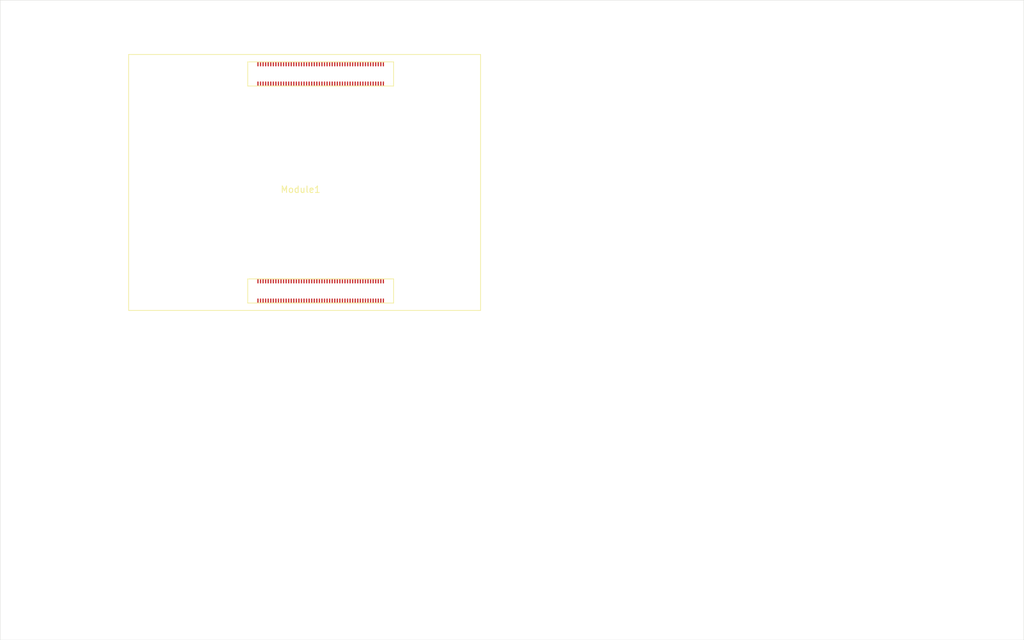
<source format=kicad_pcb>
(kicad_pcb (version 20171130) (host pcbnew 5.1.8-db9833491~87~ubuntu18.04.1)

  (general
    (thickness 1.6)
    (drawings 4)
    (tracks 0)
    (zones 0)
    (modules 1)
    (nets 174)
  )

  (page A4)
  (layers
    (0 F.Cu signal)
    (31 B.Cu signal)
    (32 B.Adhes user)
    (33 F.Adhes user)
    (34 B.Paste user)
    (35 F.Paste user)
    (36 B.SilkS user)
    (37 F.SilkS user)
    (38 B.Mask user)
    (39 F.Mask user)
    (40 Dwgs.User user)
    (41 Cmts.User user)
    (42 Eco1.User user)
    (43 Eco2.User user)
    (44 Edge.Cuts user)
    (45 Margin user)
    (46 B.CrtYd user)
    (47 F.CrtYd user)
    (48 B.Fab user)
    (49 F.Fab user)
  )

  (setup
    (last_trace_width 0.25)
    (trace_clearance 0.2)
    (zone_clearance 0.508)
    (zone_45_only no)
    (trace_min 0.2)
    (via_size 0.8)
    (via_drill 0.4)
    (via_min_size 0.4)
    (via_min_drill 0.3)
    (uvia_size 0.3)
    (uvia_drill 0.1)
    (uvias_allowed no)
    (uvia_min_size 0.2)
    (uvia_min_drill 0.1)
    (edge_width 0.05)
    (segment_width 0.2)
    (pcb_text_width 0.3)
    (pcb_text_size 1.5 1.5)
    (mod_edge_width 0.12)
    (mod_text_size 1 1)
    (mod_text_width 0.15)
    (pad_size 1.524 1.524)
    (pad_drill 0.762)
    (pad_to_mask_clearance 0)
    (aux_axis_origin 0 0)
    (visible_elements FFFFFF7F)
    (pcbplotparams
      (layerselection 0x010fc_ffffffff)
      (usegerberextensions false)
      (usegerberattributes true)
      (usegerberadvancedattributes true)
      (creategerberjobfile true)
      (excludeedgelayer true)
      (linewidth 0.100000)
      (plotframeref false)
      (viasonmask false)
      (mode 1)
      (useauxorigin false)
      (hpglpennumber 1)
      (hpglpenspeed 20)
      (hpglpendiameter 15.000000)
      (psnegative false)
      (psa4output false)
      (plotreference true)
      (plotvalue true)
      (plotinvisibletext false)
      (padsonsilk false)
      (subtractmaskfromsilk false)
      (outputformat 1)
      (mirror false)
      (drillshape 1)
      (scaleselection 1)
      (outputdirectory ""))
  )

  (net 0 "")
  (net 1 /cm4_gpio/~EXTRST~)
  (net 2 /cm4_gpio/GLOBAL_EN)
  (net 3 GND)
  (net 4 "Net-(Module1-Pad97)")
  (net 5 "Net-(Module1-Pad96)")
  (net 6 "Net-(Module1-Pad95)")
  (net 7 "Net-(Module1-Pad94)")
  (net 8 "Net-(Module1-Pad93)")
  (net 9 "Net-(Module1-Pad92)")
  (net 10 "Net-(Module1-Pad91)")
  (net 11 "Net-(Module1-Pad90)")
  (net 12 "Net-(Module1-Pad89)")
  (net 13 "Net-(Module1-Pad88)")
  (net 14 /cm4_gpio/+5V)
  (net 15 /cm4_gpio/+3V3)
  (net 16 /cm4_gpio/SDA0)
  (net 17 /cm4_gpio/SCL0)
  (net 18 "Net-(Module1-Pad78)")
  (net 19 "Net-(Module1-Pad76)")
  (net 20 "Net-(Module1-Pad75)")
  (net 21 "Net-(Module1-Pad73)")
  (net 22 "Net-(Module1-Pad72)")
  (net 23 "Net-(Module1-Pad70)")
  (net 24 "Net-(Module1-Pad69)")
  (net 25 "Net-(Module1-Pad68)")
  (net 26 "Net-(Module1-Pad67)")
  (net 27 "Net-(Module1-Pad64)")
  (net 28 "Net-(Module1-Pad63)")
  (net 29 "Net-(Module1-Pad62)")
  (net 30 "Net-(Module1-Pad61)")
  (net 31 "Net-(Module1-Pad58)")
  (net 32 "Net-(Module1-Pad57)")
  (net 33 "Net-(Module1-Pad56)")
  (net 34 "Net-(Module1-Pad55)")
  (net 35 "Net-(Module1-Pad54)")
  (net 36 "Net-(Module1-Pad51)")
  (net 37 "Net-(Module1-Pad50)")
  (net 38 "Net-(Module1-Pad49)")
  (net 39 "Net-(Module1-Pad48)")
  (net 40 "Net-(Module1-Pad47)")
  (net 41 "Net-(Module1-Pad46)")
  (net 42 "Net-(Module1-Pad45)")
  (net 43 "Net-(Module1-Pad44)")
  (net 44 "Net-(Module1-Pad41)")
  (net 45 "Net-(Module1-Pad40)")
  (net 46 "Net-(Module1-Pad39)")
  (net 47 "Net-(Module1-Pad38)")
  (net 48 "Net-(Module1-Pad37)")
  (net 49 "Net-(Module1-Pad36)")
  (net 50 "Net-(Module1-Pad35)")
  (net 51 "Net-(Module1-Pad34)")
  (net 52 "Net-(Module1-Pad31)")
  (net 53 "Net-(Module1-Pad30)")
  (net 54 "Net-(Module1-Pad29)")
  (net 55 "Net-(Module1-Pad28)")
  (net 56 "Net-(Module1-Pad27)")
  (net 57 "Net-(Module1-Pad26)")
  (net 58 "Net-(Module1-Pad25)")
  (net 59 "Net-(Module1-Pad24)")
  (net 60 "Net-(Module1-Pad21)")
  (net 61 "Net-(Module1-Pad20)")
  (net 62 "Net-(Module1-Pad19)")
  (net 63 "Net-(Module1-Pad18)")
  (net 64 "Net-(Module1-Pad17)")
  (net 65 "Net-(Module1-Pad16)")
  (net 66 "Net-(Module1-Pad15)")
  (net 67 "Net-(Module1-Pad12)")
  (net 68 "Net-(Module1-Pad11)")
  (net 69 "Net-(Module1-Pad10)")
  (net 70 "Net-(Module1-Pad9)")
  (net 71 "Net-(Module1-Pad6)")
  (net 72 "Net-(Module1-Pad5)")
  (net 73 "Net-(Module1-Pad4)")
  (net 74 "Net-(Module1-Pad3)")
  (net 75 "Net-(Module1-Pad199)")
  (net 76 "Net-(Module1-Pad197)")
  (net 77 "Net-(Module1-Pad195)")
  (net 78 "Net-(Module1-Pad193)")
  (net 79 "Net-(Module1-Pad191)")
  (net 80 "Net-(Module1-Pad189)")
  (net 81 "Net-(Module1-Pad187)")
  (net 82 "Net-(Module1-Pad185)")
  (net 83 "Net-(Module1-Pad183)")
  (net 84 "Net-(Module1-Pad181)")
  (net 85 "Net-(Module1-Pad179)")
  (net 86 "Net-(Module1-Pad177)")
  (net 87 "Net-(Module1-Pad175)")
  (net 88 "Net-(Module1-Pad173)")
  (net 89 "Net-(Module1-Pad171)")
  (net 90 "Net-(Module1-Pad169)")
  (net 91 "Net-(Module1-Pad167)")
  (net 92 "Net-(Module1-Pad165)")
  (net 93 "Net-(Module1-Pad163)")
  (net 94 "Net-(Module1-Pad161)")
  (net 95 "Net-(Module1-Pad159)")
  (net 96 "Net-(Module1-Pad157)")
  (net 97 "Net-(Module1-Pad155)")
  (net 98 "Net-(Module1-Pad153)")
  (net 99 "Net-(Module1-Pad151)")
  (net 100 "Net-(Module1-Pad149)")
  (net 101 "Net-(Module1-Pad147)")
  (net 102 "Net-(Module1-Pad145)")
  (net 103 "Net-(Module1-Pad143)")
  (net 104 "Net-(Module1-Pad141)")
  (net 105 "Net-(Module1-Pad139)")
  (net 106 "Net-(Module1-Pad137)")
  (net 107 "Net-(Module1-Pad135)")
  (net 108 "Net-(Module1-Pad133)")
  (net 109 "Net-(Module1-Pad131)")
  (net 110 "Net-(Module1-Pad129)")
  (net 111 "Net-(Module1-Pad127)")
  (net 112 "Net-(Module1-Pad125)")
  (net 113 "Net-(Module1-Pad123)")
  (net 114 "Net-(Module1-Pad121)")
  (net 115 "Net-(Module1-Pad119)")
  (net 116 "Net-(Module1-Pad117)")
  (net 117 "Net-(Module1-Pad115)")
  (net 118 "Net-(Module1-Pad113)")
  (net 119 "Net-(Module1-Pad111)")
  (net 120 "Net-(Module1-Pad109)")
  (net 121 "Net-(Module1-Pad107)")
  (net 122 "Net-(Module1-Pad105)")
  (net 123 "Net-(Module1-Pad103)")
  (net 124 "Net-(Module1-Pad102)")
  (net 125 "Net-(Module1-Pad104)")
  (net 126 "Net-(Module1-Pad106)")
  (net 127 "Net-(Module1-Pad108)")
  (net 128 "Net-(Module1-Pad110)")
  (net 129 "Net-(Module1-Pad112)")
  (net 130 "Net-(Module1-Pad114)")
  (net 131 "Net-(Module1-Pad116)")
  (net 132 "Net-(Module1-Pad120)")
  (net 133 "Net-(Module1-Pad122)")
  (net 134 "Net-(Module1-Pad124)")
  (net 135 "Net-(Module1-Pad126)")
  (net 136 "Net-(Module1-Pad128)")
  (net 137 "Net-(Module1-Pad130)")
  (net 138 "Net-(Module1-Pad132)")
  (net 139 "Net-(Module1-Pad134)")
  (net 140 "Net-(Module1-Pad136)")
  (net 141 "Net-(Module1-Pad138)")
  (net 142 "Net-(Module1-Pad140)")
  (net 143 "Net-(Module1-Pad142)")
  (net 144 "Net-(Module1-Pad144)")
  (net 145 "Net-(Module1-Pad146)")
  (net 146 "Net-(Module1-Pad148)")
  (net 147 "Net-(Module1-Pad150)")
  (net 148 "Net-(Module1-Pad152)")
  (net 149 "Net-(Module1-Pad154)")
  (net 150 "Net-(Module1-Pad156)")
  (net 151 "Net-(Module1-Pad158)")
  (net 152 "Net-(Module1-Pad160)")
  (net 153 "Net-(Module1-Pad162)")
  (net 154 "Net-(Module1-Pad164)")
  (net 155 "Net-(Module1-Pad166)")
  (net 156 "Net-(Module1-Pad168)")
  (net 157 "Net-(Module1-Pad170)")
  (net 158 "Net-(Module1-Pad172)")
  (net 159 "Net-(Module1-Pad174)")
  (net 160 "Net-(Module1-Pad176)")
  (net 161 "Net-(Module1-Pad178)")
  (net 162 "Net-(Module1-Pad180)")
  (net 163 "Net-(Module1-Pad182)")
  (net 164 "Net-(Module1-Pad184)")
  (net 165 "Net-(Module1-Pad186)")
  (net 166 "Net-(Module1-Pad188)")
  (net 167 "Net-(Module1-Pad190)")
  (net 168 "Net-(Module1-Pad192)")
  (net 169 "Net-(Module1-Pad194)")
  (net 170 "Net-(Module1-Pad196)")
  (net 171 "Net-(Module1-Pad198)")
  (net 172 "Net-(Module1-Pad200)")
  (net 173 "Net-(Module1-Pad101)")

  (net_class Default "This is the default net class."
    (clearance 0.2)
    (trace_width 0.25)
    (via_dia 0.8)
    (via_drill 0.4)
    (uvia_dia 0.3)
    (uvia_drill 0.1)
    (add_net /cm4_gpio/+3V3)
    (add_net /cm4_gpio/+5V)
    (add_net /cm4_gpio/GLOBAL_EN)
    (add_net /cm4_gpio/SCL0)
    (add_net /cm4_gpio/SDA0)
    (add_net /cm4_gpio/~EXTRST~)
    (add_net GND)
    (add_net "Net-(Module1-Pad10)")
    (add_net "Net-(Module1-Pad101)")
    (add_net "Net-(Module1-Pad102)")
    (add_net "Net-(Module1-Pad103)")
    (add_net "Net-(Module1-Pad104)")
    (add_net "Net-(Module1-Pad105)")
    (add_net "Net-(Module1-Pad106)")
    (add_net "Net-(Module1-Pad107)")
    (add_net "Net-(Module1-Pad108)")
    (add_net "Net-(Module1-Pad109)")
    (add_net "Net-(Module1-Pad11)")
    (add_net "Net-(Module1-Pad110)")
    (add_net "Net-(Module1-Pad111)")
    (add_net "Net-(Module1-Pad112)")
    (add_net "Net-(Module1-Pad113)")
    (add_net "Net-(Module1-Pad114)")
    (add_net "Net-(Module1-Pad115)")
    (add_net "Net-(Module1-Pad116)")
    (add_net "Net-(Module1-Pad117)")
    (add_net "Net-(Module1-Pad119)")
    (add_net "Net-(Module1-Pad12)")
    (add_net "Net-(Module1-Pad120)")
    (add_net "Net-(Module1-Pad121)")
    (add_net "Net-(Module1-Pad122)")
    (add_net "Net-(Module1-Pad123)")
    (add_net "Net-(Module1-Pad124)")
    (add_net "Net-(Module1-Pad125)")
    (add_net "Net-(Module1-Pad126)")
    (add_net "Net-(Module1-Pad127)")
    (add_net "Net-(Module1-Pad128)")
    (add_net "Net-(Module1-Pad129)")
    (add_net "Net-(Module1-Pad130)")
    (add_net "Net-(Module1-Pad131)")
    (add_net "Net-(Module1-Pad132)")
    (add_net "Net-(Module1-Pad133)")
    (add_net "Net-(Module1-Pad134)")
    (add_net "Net-(Module1-Pad135)")
    (add_net "Net-(Module1-Pad136)")
    (add_net "Net-(Module1-Pad137)")
    (add_net "Net-(Module1-Pad138)")
    (add_net "Net-(Module1-Pad139)")
    (add_net "Net-(Module1-Pad140)")
    (add_net "Net-(Module1-Pad141)")
    (add_net "Net-(Module1-Pad142)")
    (add_net "Net-(Module1-Pad143)")
    (add_net "Net-(Module1-Pad144)")
    (add_net "Net-(Module1-Pad145)")
    (add_net "Net-(Module1-Pad146)")
    (add_net "Net-(Module1-Pad147)")
    (add_net "Net-(Module1-Pad148)")
    (add_net "Net-(Module1-Pad149)")
    (add_net "Net-(Module1-Pad15)")
    (add_net "Net-(Module1-Pad150)")
    (add_net "Net-(Module1-Pad151)")
    (add_net "Net-(Module1-Pad152)")
    (add_net "Net-(Module1-Pad153)")
    (add_net "Net-(Module1-Pad154)")
    (add_net "Net-(Module1-Pad155)")
    (add_net "Net-(Module1-Pad156)")
    (add_net "Net-(Module1-Pad157)")
    (add_net "Net-(Module1-Pad158)")
    (add_net "Net-(Module1-Pad159)")
    (add_net "Net-(Module1-Pad16)")
    (add_net "Net-(Module1-Pad160)")
    (add_net "Net-(Module1-Pad161)")
    (add_net "Net-(Module1-Pad162)")
    (add_net "Net-(Module1-Pad163)")
    (add_net "Net-(Module1-Pad164)")
    (add_net "Net-(Module1-Pad165)")
    (add_net "Net-(Module1-Pad166)")
    (add_net "Net-(Module1-Pad167)")
    (add_net "Net-(Module1-Pad168)")
    (add_net "Net-(Module1-Pad169)")
    (add_net "Net-(Module1-Pad17)")
    (add_net "Net-(Module1-Pad170)")
    (add_net "Net-(Module1-Pad171)")
    (add_net "Net-(Module1-Pad172)")
    (add_net "Net-(Module1-Pad173)")
    (add_net "Net-(Module1-Pad174)")
    (add_net "Net-(Module1-Pad175)")
    (add_net "Net-(Module1-Pad176)")
    (add_net "Net-(Module1-Pad177)")
    (add_net "Net-(Module1-Pad178)")
    (add_net "Net-(Module1-Pad179)")
    (add_net "Net-(Module1-Pad18)")
    (add_net "Net-(Module1-Pad180)")
    (add_net "Net-(Module1-Pad181)")
    (add_net "Net-(Module1-Pad182)")
    (add_net "Net-(Module1-Pad183)")
    (add_net "Net-(Module1-Pad184)")
    (add_net "Net-(Module1-Pad185)")
    (add_net "Net-(Module1-Pad186)")
    (add_net "Net-(Module1-Pad187)")
    (add_net "Net-(Module1-Pad188)")
    (add_net "Net-(Module1-Pad189)")
    (add_net "Net-(Module1-Pad19)")
    (add_net "Net-(Module1-Pad190)")
    (add_net "Net-(Module1-Pad191)")
    (add_net "Net-(Module1-Pad192)")
    (add_net "Net-(Module1-Pad193)")
    (add_net "Net-(Module1-Pad194)")
    (add_net "Net-(Module1-Pad195)")
    (add_net "Net-(Module1-Pad196)")
    (add_net "Net-(Module1-Pad197)")
    (add_net "Net-(Module1-Pad198)")
    (add_net "Net-(Module1-Pad199)")
    (add_net "Net-(Module1-Pad20)")
    (add_net "Net-(Module1-Pad200)")
    (add_net "Net-(Module1-Pad21)")
    (add_net "Net-(Module1-Pad24)")
    (add_net "Net-(Module1-Pad25)")
    (add_net "Net-(Module1-Pad26)")
    (add_net "Net-(Module1-Pad27)")
    (add_net "Net-(Module1-Pad28)")
    (add_net "Net-(Module1-Pad29)")
    (add_net "Net-(Module1-Pad3)")
    (add_net "Net-(Module1-Pad30)")
    (add_net "Net-(Module1-Pad31)")
    (add_net "Net-(Module1-Pad34)")
    (add_net "Net-(Module1-Pad35)")
    (add_net "Net-(Module1-Pad36)")
    (add_net "Net-(Module1-Pad37)")
    (add_net "Net-(Module1-Pad38)")
    (add_net "Net-(Module1-Pad39)")
    (add_net "Net-(Module1-Pad4)")
    (add_net "Net-(Module1-Pad40)")
    (add_net "Net-(Module1-Pad41)")
    (add_net "Net-(Module1-Pad44)")
    (add_net "Net-(Module1-Pad45)")
    (add_net "Net-(Module1-Pad46)")
    (add_net "Net-(Module1-Pad47)")
    (add_net "Net-(Module1-Pad48)")
    (add_net "Net-(Module1-Pad49)")
    (add_net "Net-(Module1-Pad5)")
    (add_net "Net-(Module1-Pad50)")
    (add_net "Net-(Module1-Pad51)")
    (add_net "Net-(Module1-Pad54)")
    (add_net "Net-(Module1-Pad55)")
    (add_net "Net-(Module1-Pad56)")
    (add_net "Net-(Module1-Pad57)")
    (add_net "Net-(Module1-Pad58)")
    (add_net "Net-(Module1-Pad6)")
    (add_net "Net-(Module1-Pad61)")
    (add_net "Net-(Module1-Pad62)")
    (add_net "Net-(Module1-Pad63)")
    (add_net "Net-(Module1-Pad64)")
    (add_net "Net-(Module1-Pad67)")
    (add_net "Net-(Module1-Pad68)")
    (add_net "Net-(Module1-Pad69)")
    (add_net "Net-(Module1-Pad70)")
    (add_net "Net-(Module1-Pad72)")
    (add_net "Net-(Module1-Pad73)")
    (add_net "Net-(Module1-Pad75)")
    (add_net "Net-(Module1-Pad76)")
    (add_net "Net-(Module1-Pad78)")
    (add_net "Net-(Module1-Pad88)")
    (add_net "Net-(Module1-Pad89)")
    (add_net "Net-(Module1-Pad9)")
    (add_net "Net-(Module1-Pad90)")
    (add_net "Net-(Module1-Pad91)")
    (add_net "Net-(Module1-Pad92)")
    (add_net "Net-(Module1-Pad93)")
    (add_net "Net-(Module1-Pad94)")
    (add_net "Net-(Module1-Pad95)")
    (add_net "Net-(Module1-Pad96)")
    (add_net "Net-(Module1-Pad97)")
  )

  (module 00_cm4-compute:rpiCM4 (layer F.Cu) (tedit 5FBAA850) (tstamp 5FBB0DD1)
    (at 87.14 92.686)
    (path /5FBFD3A1/5FBFD563)
    (fp_text reference Module1 (at 26.87 -18.89) (layer F.SilkS)
      (effects (font (size 1 1) (thickness 0.15)))
    )
    (fp_text value ComputeModule4-CM4 (at 27.52 -21.23) (layer F.Fab)
      (effects (font (size 1 1) (thickness 0.15)))
    )
    (fp_line (start 18.61 -4.93) (end 41.41 -4.93) (layer F.SilkS) (width 0.12))
    (fp_line (start 41.41 -4.93) (end 41.41 -1.15) (layer F.SilkS) (width 0.12))
    (fp_line (start 18.61 -1.15) (end 41.41 -1.15) (layer F.SilkS) (width 0.12))
    (fp_line (start 18.61 -4.93) (end 18.61 -1.15) (layer F.SilkS) (width 0.12))
    (fp_line (start 0 -40) (end 0 0) (layer F.SilkS) (width 0.12))
    (fp_line (start 0 -40) (end 55 -40) (layer F.SilkS) (width 0.12))
    (fp_line (start 55 -40) (end 55 0) (layer F.SilkS) (width 0.12))
    (fp_line (start 0 0) (end 55 0) (layer F.SilkS) (width 0.12))
    (fp_line (start 18.61 -38.85) (end 18.61 -35.07) (layer F.SilkS) (width 0.12))
    (fp_line (start 18.61 -35.07) (end 41.41 -35.07) (layer F.SilkS) (width 0.12))
    (fp_line (start 41.41 -38.85) (end 41.41 -35.07) (layer F.SilkS) (width 0.12))
    (fp_line (start 18.61 -38.85) (end 41.41 -38.85) (layer F.SilkS) (width 0.12))
    (pad 100 smd rect (at 39.81 -4.58) (size 0.2 0.7) (layers F.Cu F.Paste F.Mask)
      (net 1 /cm4_gpio/~EXTRST~))
    (pad 99 smd rect (at 39.81 -1.5) (size 0.2 0.7) (layers F.Cu F.Paste F.Mask)
      (net 2 /cm4_gpio/GLOBAL_EN))
    (pad 98 smd rect (at 39.41 -4.58) (size 0.2 0.7) (layers F.Cu F.Paste F.Mask)
      (net 3 GND))
    (pad 97 smd rect (at 39.41 -1.5) (size 0.2 0.7) (layers F.Cu F.Paste F.Mask)
      (net 4 "Net-(Module1-Pad97)"))
    (pad 96 smd rect (at 39.01 -4.58) (size 0.2 0.7) (layers F.Cu F.Paste F.Mask)
      (net 5 "Net-(Module1-Pad96)"))
    (pad 95 smd rect (at 39.01 -1.5) (size 0.2 0.7) (layers F.Cu F.Paste F.Mask)
      (net 6 "Net-(Module1-Pad95)"))
    (pad 94 smd rect (at 38.61 -4.58) (size 0.2 0.7) (layers F.Cu F.Paste F.Mask)
      (net 7 "Net-(Module1-Pad94)"))
    (pad 93 smd rect (at 38.61 -1.5) (size 0.2 0.7) (layers F.Cu F.Paste F.Mask)
      (net 8 "Net-(Module1-Pad93)"))
    (pad 92 smd rect (at 38.21 -4.58) (size 0.2 0.7) (layers F.Cu F.Paste F.Mask)
      (net 9 "Net-(Module1-Pad92)"))
    (pad 91 smd rect (at 38.21 -1.5) (size 0.2 0.7) (layers F.Cu F.Paste F.Mask)
      (net 10 "Net-(Module1-Pad91)"))
    (pad 90 smd rect (at 37.81 -4.58) (size 0.2 0.7) (layers F.Cu F.Paste F.Mask)
      (net 11 "Net-(Module1-Pad90)"))
    (pad 89 smd rect (at 37.81 -1.5) (size 0.2 0.7) (layers F.Cu F.Paste F.Mask)
      (net 12 "Net-(Module1-Pad89)"))
    (pad 88 smd rect (at 37.41 -4.58) (size 0.2 0.7) (layers F.Cu F.Paste F.Mask)
      (net 13 "Net-(Module1-Pad88)"))
    (pad 87 smd rect (at 37.41 -1.5) (size 0.2 0.7) (layers F.Cu F.Paste F.Mask)
      (net 14 /cm4_gpio/+5V))
    (pad 86 smd rect (at 37.01 -4.58) (size 0.2 0.7) (layers F.Cu F.Paste F.Mask)
      (net 15 /cm4_gpio/+3V3))
    (pad 85 smd rect (at 37.01 -1.5) (size 0.2 0.7) (layers F.Cu F.Paste F.Mask)
      (net 14 /cm4_gpio/+5V))
    (pad 84 smd rect (at 36.61 -4.58) (size 0.2 0.7) (layers F.Cu F.Paste F.Mask)
      (net 15 /cm4_gpio/+3V3))
    (pad 83 smd rect (at 36.61 -1.5) (size 0.2 0.7) (layers F.Cu F.Paste F.Mask)
      (net 14 /cm4_gpio/+5V))
    (pad 82 smd rect (at 36.21 -4.58) (size 0.2 0.7) (layers F.Cu F.Paste F.Mask)
      (net 16 /cm4_gpio/SDA0))
    (pad 81 smd rect (at 36.21 -1.5) (size 0.2 0.7) (layers F.Cu F.Paste F.Mask)
      (net 14 /cm4_gpio/+5V))
    (pad 80 smd rect (at 35.81 -4.58) (size 0.2 0.7) (layers F.Cu F.Paste F.Mask)
      (net 17 /cm4_gpio/SCL0))
    (pad 79 smd rect (at 35.81 -1.5) (size 0.2 0.7) (layers F.Cu F.Paste F.Mask)
      (net 14 /cm4_gpio/+5V))
    (pad 78 smd rect (at 35.41 -4.58) (size 0.2 0.7) (layers F.Cu F.Paste F.Mask)
      (net 18 "Net-(Module1-Pad78)"))
    (pad 77 smd rect (at 35.41 -1.5) (size 0.2 0.7) (layers F.Cu F.Paste F.Mask)
      (net 14 /cm4_gpio/+5V))
    (pad 76 smd rect (at 35.01 -4.58) (size 0.2 0.7) (layers F.Cu F.Paste F.Mask)
      (net 19 "Net-(Module1-Pad76)"))
    (pad 75 smd rect (at 35.01 -1.5) (size 0.2 0.7) (layers F.Cu F.Paste F.Mask)
      (net 20 "Net-(Module1-Pad75)"))
    (pad 74 smd rect (at 34.61 -4.58) (size 0.2 0.7) (layers F.Cu F.Paste F.Mask)
      (net 3 GND))
    (pad 73 smd rect (at 34.61 -1.5) (size 0.2 0.7) (layers F.Cu F.Paste F.Mask)
      (net 21 "Net-(Module1-Pad73)"))
    (pad 72 smd rect (at 34.21 -4.58) (size 0.2 0.7) (layers F.Cu F.Paste F.Mask)
      (net 22 "Net-(Module1-Pad72)"))
    (pad 71 smd rect (at 34.21 -1.5) (size 0.2 0.7) (layers F.Cu F.Paste F.Mask)
      (net 3 GND))
    (pad 70 smd rect (at 33.81 -4.58) (size 0.2 0.7) (layers F.Cu F.Paste F.Mask)
      (net 23 "Net-(Module1-Pad70)"))
    (pad 69 smd rect (at 33.81 -1.5) (size 0.2 0.7) (layers F.Cu F.Paste F.Mask)
      (net 24 "Net-(Module1-Pad69)"))
    (pad 68 smd rect (at 33.41 -4.58) (size 0.2 0.7) (layers F.Cu F.Paste F.Mask)
      (net 25 "Net-(Module1-Pad68)"))
    (pad 67 smd rect (at 33.41 -1.5) (size 0.2 0.7) (layers F.Cu F.Paste F.Mask)
      (net 26 "Net-(Module1-Pad67)"))
    (pad 66 smd rect (at 33.01 -4.58) (size 0.2 0.7) (layers F.Cu F.Paste F.Mask)
      (net 3 GND))
    (pad 65 smd rect (at 33.01 -1.5) (size 0.2 0.7) (layers F.Cu F.Paste F.Mask)
      (net 3 GND))
    (pad 64 smd rect (at 32.61 -4.58) (size 0.2 0.7) (layers F.Cu F.Paste F.Mask)
      (net 27 "Net-(Module1-Pad64)"))
    (pad 63 smd rect (at 32.61 -1.5) (size 0.2 0.7) (layers F.Cu F.Paste F.Mask)
      (net 28 "Net-(Module1-Pad63)"))
    (pad 62 smd rect (at 32.21 -4.58) (size 0.2 0.7) (layers F.Cu F.Paste F.Mask)
      (net 29 "Net-(Module1-Pad62)"))
    (pad 61 smd rect (at 32.21 -1.5) (size 0.2 0.7) (layers F.Cu F.Paste F.Mask)
      (net 30 "Net-(Module1-Pad61)"))
    (pad 60 smd rect (at 31.81 -4.58) (size 0.2 0.7) (layers F.Cu F.Paste F.Mask)
      (net 3 GND))
    (pad 59 smd rect (at 31.81 -1.5) (size 0.2 0.7) (layers F.Cu F.Paste F.Mask)
      (net 3 GND))
    (pad 58 smd rect (at 31.41 -4.58) (size 0.2 0.7) (layers F.Cu F.Paste F.Mask)
      (net 31 "Net-(Module1-Pad58)"))
    (pad 57 smd rect (at 31.41 -1.5) (size 0.2 0.7) (layers F.Cu F.Paste F.Mask)
      (net 32 "Net-(Module1-Pad57)"))
    (pad 56 smd rect (at 31.01 -4.58) (size 0.2 0.7) (layers F.Cu F.Paste F.Mask)
      (net 33 "Net-(Module1-Pad56)"))
    (pad 55 smd rect (at 31.01 -1.5) (size 0.2 0.7) (layers F.Cu F.Paste F.Mask)
      (net 34 "Net-(Module1-Pad55)"))
    (pad 54 smd rect (at 30.61 -4.58) (size 0.2 0.7) (layers F.Cu F.Paste F.Mask)
      (net 35 "Net-(Module1-Pad54)"))
    (pad 53 smd rect (at 30.61 -1.5) (size 0.2 0.7) (layers F.Cu F.Paste F.Mask)
      (net 3 GND))
    (pad 52 smd rect (at 30.21 -4.58) (size 0.2 0.7) (layers F.Cu F.Paste F.Mask)
      (net 3 GND))
    (pad 51 smd rect (at 30.21 -1.5) (size 0.2 0.7) (layers F.Cu F.Paste F.Mask)
      (net 36 "Net-(Module1-Pad51)"))
    (pad 50 smd rect (at 29.81 -4.58) (size 0.2 0.7) (layers F.Cu F.Paste F.Mask)
      (net 37 "Net-(Module1-Pad50)"))
    (pad 49 smd rect (at 29.81 -1.5) (size 0.2 0.7) (layers F.Cu F.Paste F.Mask)
      (net 38 "Net-(Module1-Pad49)"))
    (pad 48 smd rect (at 29.41 -4.58) (size 0.2 0.7) (layers F.Cu F.Paste F.Mask)
      (net 39 "Net-(Module1-Pad48)"))
    (pad 47 smd rect (at 29.41 -1.5) (size 0.2 0.7) (layers F.Cu F.Paste F.Mask)
      (net 40 "Net-(Module1-Pad47)"))
    (pad 46 smd rect (at 29.01 -4.58) (size 0.2 0.7) (layers F.Cu F.Paste F.Mask)
      (net 41 "Net-(Module1-Pad46)"))
    (pad 45 smd rect (at 29.01 -1.5) (size 0.2 0.7) (layers F.Cu F.Paste F.Mask)
      (net 42 "Net-(Module1-Pad45)"))
    (pad 44 smd rect (at 28.61 -4.58) (size 0.2 0.7) (layers F.Cu F.Paste F.Mask)
      (net 43 "Net-(Module1-Pad44)"))
    (pad 43 smd rect (at 28.61 -1.5) (size 0.2 0.7) (layers F.Cu F.Paste F.Mask)
      (net 3 GND))
    (pad 42 smd rect (at 28.21 -4.58) (size 0.2 0.7) (layers F.Cu F.Paste F.Mask)
      (net 3 GND))
    (pad 41 smd rect (at 28.21 -1.5) (size 0.2 0.7) (layers F.Cu F.Paste F.Mask)
      (net 44 "Net-(Module1-Pad41)"))
    (pad 40 smd rect (at 27.81 -4.58) (size 0.2 0.7) (layers F.Cu F.Paste F.Mask)
      (net 45 "Net-(Module1-Pad40)"))
    (pad 39 smd rect (at 27.81 -1.5) (size 0.2 0.7) (layers F.Cu F.Paste F.Mask)
      (net 46 "Net-(Module1-Pad39)"))
    (pad 38 smd rect (at 27.41 -4.58) (size 0.2 0.7) (layers F.Cu F.Paste F.Mask)
      (net 47 "Net-(Module1-Pad38)"))
    (pad 37 smd rect (at 27.41 -1.5) (size 0.2 0.7) (layers F.Cu F.Paste F.Mask)
      (net 48 "Net-(Module1-Pad37)"))
    (pad 36 smd rect (at 27.01 -4.58) (size 0.2 0.7) (layers F.Cu F.Paste F.Mask)
      (net 49 "Net-(Module1-Pad36)"))
    (pad 35 smd rect (at 27.01 -1.5) (size 0.2 0.7) (layers F.Cu F.Paste F.Mask)
      (net 50 "Net-(Module1-Pad35)"))
    (pad 34 smd rect (at 26.61 -4.58) (size 0.2 0.7) (layers F.Cu F.Paste F.Mask)
      (net 51 "Net-(Module1-Pad34)"))
    (pad 33 smd rect (at 26.61 -1.5) (size 0.2 0.7) (layers F.Cu F.Paste F.Mask)
      (net 3 GND))
    (pad 32 smd rect (at 26.21 -4.58) (size 0.2 0.7) (layers F.Cu F.Paste F.Mask)
      (net 3 GND))
    (pad 31 smd rect (at 26.21 -1.5) (size 0.2 0.7) (layers F.Cu F.Paste F.Mask)
      (net 52 "Net-(Module1-Pad31)"))
    (pad 30 smd rect (at 25.81 -4.58) (size 0.2 0.7) (layers F.Cu F.Paste F.Mask)
      (net 53 "Net-(Module1-Pad30)"))
    (pad 29 smd rect (at 25.81 -1.5) (size 0.2 0.7) (layers F.Cu F.Paste F.Mask)
      (net 54 "Net-(Module1-Pad29)"))
    (pad 28 smd rect (at 25.41 -4.58) (size 0.2 0.7) (layers F.Cu F.Paste F.Mask)
      (net 55 "Net-(Module1-Pad28)"))
    (pad 27 smd rect (at 25.41 -1.5) (size 0.2 0.7) (layers F.Cu F.Paste F.Mask)
      (net 56 "Net-(Module1-Pad27)"))
    (pad 26 smd rect (at 25.01 -4.58) (size 0.2 0.7) (layers F.Cu F.Paste F.Mask)
      (net 57 "Net-(Module1-Pad26)"))
    (pad 25 smd rect (at 25.01 -1.5) (size 0.2 0.7) (layers F.Cu F.Paste F.Mask)
      (net 58 "Net-(Module1-Pad25)"))
    (pad 24 smd rect (at 24.61 -4.58) (size 0.2 0.7) (layers F.Cu F.Paste F.Mask)
      (net 59 "Net-(Module1-Pad24)"))
    (pad 23 smd rect (at 24.61 -1.5) (size 0.2 0.7) (layers F.Cu F.Paste F.Mask)
      (net 3 GND))
    (pad 22 smd rect (at 24.21 -4.58) (size 0.2 0.7) (layers F.Cu F.Paste F.Mask)
      (net 3 GND))
    (pad 21 smd rect (at 24.21 -1.5) (size 0.2 0.7) (layers F.Cu F.Paste F.Mask)
      (net 60 "Net-(Module1-Pad21)"))
    (pad 20 smd rect (at 23.81 -4.58) (size 0.2 0.7) (layers F.Cu F.Paste F.Mask)
      (net 61 "Net-(Module1-Pad20)"))
    (pad 19 smd rect (at 23.81 -1.5) (size 0.2 0.7) (layers F.Cu F.Paste F.Mask)
      (net 62 "Net-(Module1-Pad19)"))
    (pad 18 smd rect (at 23.41 -4.58) (size 0.2 0.7) (layers F.Cu F.Paste F.Mask)
      (net 63 "Net-(Module1-Pad18)"))
    (pad 17 smd rect (at 23.41 -1.5) (size 0.2 0.7) (layers F.Cu F.Paste F.Mask)
      (net 64 "Net-(Module1-Pad17)"))
    (pad 16 smd rect (at 23.01 -4.58) (size 0.2 0.7) (layers F.Cu F.Paste F.Mask)
      (net 65 "Net-(Module1-Pad16)"))
    (pad 15 smd rect (at 23.01 -1.5) (size 0.2 0.7) (layers F.Cu F.Paste F.Mask)
      (net 66 "Net-(Module1-Pad15)"))
    (pad 14 smd rect (at 22.61 -4.58) (size 0.2 0.7) (layers F.Cu F.Paste F.Mask)
      (net 3 GND))
    (pad 13 smd rect (at 22.61 -1.5) (size 0.2 0.7) (layers F.Cu F.Paste F.Mask)
      (net 3 GND))
    (pad 12 smd rect (at 22.21 -4.58) (size 0.2 0.7) (layers F.Cu F.Paste F.Mask)
      (net 67 "Net-(Module1-Pad12)"))
    (pad 11 smd rect (at 22.21 -1.5) (size 0.2 0.7) (layers F.Cu F.Paste F.Mask)
      (net 68 "Net-(Module1-Pad11)"))
    (pad 10 smd rect (at 21.81 -4.58) (size 0.2 0.7) (layers F.Cu F.Paste F.Mask)
      (net 69 "Net-(Module1-Pad10)"))
    (pad 9 smd rect (at 21.81 -1.5) (size 0.2 0.7) (layers F.Cu F.Paste F.Mask)
      (net 70 "Net-(Module1-Pad9)"))
    (pad 8 smd rect (at 21.41 -4.58) (size 0.2 0.7) (layers F.Cu F.Paste F.Mask)
      (net 3 GND))
    (pad 7 smd rect (at 21.41 -1.5) (size 0.2 0.7) (layers F.Cu F.Paste F.Mask)
      (net 3 GND))
    (pad 6 smd rect (at 21.01 -4.58) (size 0.2 0.7) (layers F.Cu F.Paste F.Mask)
      (net 71 "Net-(Module1-Pad6)"))
    (pad 5 smd rect (at 21.01 -1.5) (size 0.2 0.7) (layers F.Cu F.Paste F.Mask)
      (net 72 "Net-(Module1-Pad5)"))
    (pad 4 smd rect (at 20.61 -4.58) (size 0.2 0.7) (layers F.Cu F.Paste F.Mask)
      (net 73 "Net-(Module1-Pad4)"))
    (pad 3 smd rect (at 20.61 -1.5) (size 0.2 0.7) (layers F.Cu F.Paste F.Mask)
      (net 74 "Net-(Module1-Pad3)"))
    (pad 2 smd rect (at 20.21 -4.58) (size 0.2 0.7) (layers F.Cu F.Paste F.Mask)
      (net 3 GND))
    (pad 1 smd rect (at 20.21 -1.5) (size 0.2 0.7) (layers F.Cu F.Paste F.Mask)
      (net 3 GND))
    (pad 199 smd rect (at 39.81 -35.42) (size 0.2 0.7) (layers F.Cu F.Paste F.Mask)
      (net 75 "Net-(Module1-Pad199)"))
    (pad 197 smd rect (at 39.41 -35.42) (size 0.2 0.7) (layers F.Cu F.Paste F.Mask)
      (net 76 "Net-(Module1-Pad197)"))
    (pad 195 smd rect (at 39.01 -35.42) (size 0.2 0.7) (layers F.Cu F.Paste F.Mask)
      (net 77 "Net-(Module1-Pad195)"))
    (pad 193 smd rect (at 38.61 -35.42) (size 0.2 0.7) (layers F.Cu F.Paste F.Mask)
      (net 78 "Net-(Module1-Pad193)"))
    (pad 191 smd rect (at 38.21 -35.42) (size 0.2 0.7) (layers F.Cu F.Paste F.Mask)
      (net 79 "Net-(Module1-Pad191)"))
    (pad 189 smd rect (at 37.81 -35.42) (size 0.2 0.7) (layers F.Cu F.Paste F.Mask)
      (net 80 "Net-(Module1-Pad189)"))
    (pad 187 smd rect (at 37.41 -35.42) (size 0.2 0.7) (layers F.Cu F.Paste F.Mask)
      (net 81 "Net-(Module1-Pad187)"))
    (pad 185 smd rect (at 37.01 -35.42) (size 0.2 0.7) (layers F.Cu F.Paste F.Mask)
      (net 82 "Net-(Module1-Pad185)"))
    (pad 183 smd rect (at 36.61 -35.42) (size 0.2 0.7) (layers F.Cu F.Paste F.Mask)
      (net 83 "Net-(Module1-Pad183)"))
    (pad 181 smd rect (at 36.21 -35.42) (size 0.2 0.7) (layers F.Cu F.Paste F.Mask)
      (net 84 "Net-(Module1-Pad181)"))
    (pad 179 smd rect (at 35.81 -35.42) (size 0.2 0.7) (layers F.Cu F.Paste F.Mask)
      (net 85 "Net-(Module1-Pad179)"))
    (pad 177 smd rect (at 35.41 -35.42) (size 0.2 0.7) (layers F.Cu F.Paste F.Mask)
      (net 86 "Net-(Module1-Pad177)"))
    (pad 175 smd rect (at 35.01 -35.42) (size 0.2 0.7) (layers F.Cu F.Paste F.Mask)
      (net 87 "Net-(Module1-Pad175)"))
    (pad 173 smd rect (at 34.61 -35.42) (size 0.2 0.7) (layers F.Cu F.Paste F.Mask)
      (net 88 "Net-(Module1-Pad173)"))
    (pad 171 smd rect (at 34.21 -35.42) (size 0.2 0.7) (layers F.Cu F.Paste F.Mask)
      (net 89 "Net-(Module1-Pad171)"))
    (pad 169 smd rect (at 33.81 -35.42) (size 0.2 0.7) (layers F.Cu F.Paste F.Mask)
      (net 90 "Net-(Module1-Pad169)"))
    (pad 167 smd rect (at 33.41 -35.42) (size 0.2 0.7) (layers F.Cu F.Paste F.Mask)
      (net 91 "Net-(Module1-Pad167)"))
    (pad 165 smd rect (at 33.01 -35.42) (size 0.2 0.7) (layers F.Cu F.Paste F.Mask)
      (net 92 "Net-(Module1-Pad165)"))
    (pad 163 smd rect (at 32.61 -35.42) (size 0.2 0.7) (layers F.Cu F.Paste F.Mask)
      (net 93 "Net-(Module1-Pad163)"))
    (pad 161 smd rect (at 32.21 -35.42) (size 0.2 0.7) (layers F.Cu F.Paste F.Mask)
      (net 94 "Net-(Module1-Pad161)"))
    (pad 159 smd rect (at 31.81 -35.42) (size 0.2 0.7) (layers F.Cu F.Paste F.Mask)
      (net 95 "Net-(Module1-Pad159)"))
    (pad 157 smd rect (at 31.41 -35.42) (size 0.2 0.7) (layers F.Cu F.Paste F.Mask)
      (net 96 "Net-(Module1-Pad157)"))
    (pad 155 smd rect (at 31.01 -35.42) (size 0.2 0.7) (layers F.Cu F.Paste F.Mask)
      (net 97 "Net-(Module1-Pad155)"))
    (pad 153 smd rect (at 30.61 -35.42) (size 0.2 0.7) (layers F.Cu F.Paste F.Mask)
      (net 98 "Net-(Module1-Pad153)"))
    (pad 151 smd rect (at 30.21 -35.42) (size 0.2 0.7) (layers F.Cu F.Paste F.Mask)
      (net 99 "Net-(Module1-Pad151)"))
    (pad 149 smd rect (at 29.81 -35.42) (size 0.2 0.7) (layers F.Cu F.Paste F.Mask)
      (net 100 "Net-(Module1-Pad149)"))
    (pad 147 smd rect (at 29.41 -35.42) (size 0.2 0.7) (layers F.Cu F.Paste F.Mask)
      (net 101 "Net-(Module1-Pad147)"))
    (pad 145 smd rect (at 29.01 -35.42) (size 0.2 0.7) (layers F.Cu F.Paste F.Mask)
      (net 102 "Net-(Module1-Pad145)"))
    (pad 143 smd rect (at 28.61 -35.42) (size 0.2 0.7) (layers F.Cu F.Paste F.Mask)
      (net 103 "Net-(Module1-Pad143)"))
    (pad 141 smd rect (at 28.21 -35.42) (size 0.2 0.7) (layers F.Cu F.Paste F.Mask)
      (net 104 "Net-(Module1-Pad141)"))
    (pad 139 smd rect (at 27.81 -35.42) (size 0.2 0.7) (layers F.Cu F.Paste F.Mask)
      (net 105 "Net-(Module1-Pad139)"))
    (pad 137 smd rect (at 27.41 -35.42) (size 0.2 0.7) (layers F.Cu F.Paste F.Mask)
      (net 106 "Net-(Module1-Pad137)"))
    (pad 135 smd rect (at 27.01 -35.42) (size 0.2 0.7) (layers F.Cu F.Paste F.Mask)
      (net 107 "Net-(Module1-Pad135)"))
    (pad 133 smd rect (at 26.61 -35.42) (size 0.2 0.7) (layers F.Cu F.Paste F.Mask)
      (net 108 "Net-(Module1-Pad133)"))
    (pad 131 smd rect (at 26.21 -35.42) (size 0.2 0.7) (layers F.Cu F.Paste F.Mask)
      (net 109 "Net-(Module1-Pad131)"))
    (pad 129 smd rect (at 25.81 -35.42) (size 0.2 0.7) (layers F.Cu F.Paste F.Mask)
      (net 110 "Net-(Module1-Pad129)"))
    (pad 127 smd rect (at 25.41 -35.42) (size 0.2 0.7) (layers F.Cu F.Paste F.Mask)
      (net 111 "Net-(Module1-Pad127)"))
    (pad 125 smd rect (at 25.01 -35.42) (size 0.2 0.7) (layers F.Cu F.Paste F.Mask)
      (net 112 "Net-(Module1-Pad125)"))
    (pad 123 smd rect (at 24.61 -35.42) (size 0.2 0.7) (layers F.Cu F.Paste F.Mask)
      (net 113 "Net-(Module1-Pad123)"))
    (pad 121 smd rect (at 24.21 -35.42) (size 0.2 0.7) (layers F.Cu F.Paste F.Mask)
      (net 114 "Net-(Module1-Pad121)"))
    (pad 119 smd rect (at 23.81 -35.42) (size 0.2 0.7) (layers F.Cu F.Paste F.Mask)
      (net 115 "Net-(Module1-Pad119)"))
    (pad 117 smd rect (at 23.41 -35.42) (size 0.2 0.7) (layers F.Cu F.Paste F.Mask)
      (net 116 "Net-(Module1-Pad117)"))
    (pad 115 smd rect (at 23.01 -35.42) (size 0.2 0.7) (layers F.Cu F.Paste F.Mask)
      (net 117 "Net-(Module1-Pad115)"))
    (pad 113 smd rect (at 22.61 -35.42) (size 0.2 0.7) (layers F.Cu F.Paste F.Mask)
      (net 118 "Net-(Module1-Pad113)"))
    (pad 111 smd rect (at 22.21 -35.42) (size 0.2 0.7) (layers F.Cu F.Paste F.Mask)
      (net 119 "Net-(Module1-Pad111)"))
    (pad 109 smd rect (at 21.81 -35.42) (size 0.2 0.7) (layers F.Cu F.Paste F.Mask)
      (net 120 "Net-(Module1-Pad109)"))
    (pad 107 smd rect (at 21.41 -35.42) (size 0.2 0.7) (layers F.Cu F.Paste F.Mask)
      (net 121 "Net-(Module1-Pad107)"))
    (pad 105 smd rect (at 21.01 -35.42) (size 0.2 0.7) (layers F.Cu F.Paste F.Mask)
      (net 122 "Net-(Module1-Pad105)"))
    (pad 103 smd rect (at 20.61 -35.42) (size 0.2 0.7) (layers F.Cu F.Paste F.Mask)
      (net 123 "Net-(Module1-Pad103)"))
    (pad "" np_thru_hole circle (at 3.5 -36.5 90) (size 2.7 2.7) (drill 2.7) (layers *.Cu *.Mask)
      (solder_mask_margin 1.7) (clearance 1.7))
    (pad "" np_thru_hole circle (at 3.5 -3.5 90) (size 2.7 2.7) (drill 2.7) (layers *.Cu *.Mask)
      (solder_mask_margin 1.7) (clearance 1.7))
    (pad "" np_thru_hole circle (at 51.5 -36.5 90) (size 2.7 2.7) (drill 2.7) (layers *.Cu *.Mask)
      (solder_mask_margin 1.7) (clearance 1.7))
    (pad "" np_thru_hole circle (at 51.5 -3.5 90) (size 2.7 2.7) (drill 2.7) (layers *.Cu *.Mask)
      (solder_mask_margin 1.7) (clearance 1.7))
    (pad 102 smd rect (at 20.21 -38.5) (size 0.2 0.7) (layers F.Cu F.Paste F.Mask)
      (net 124 "Net-(Module1-Pad102)"))
    (pad 104 smd rect (at 20.61 -38.5) (size 0.2 0.7) (layers F.Cu F.Paste F.Mask)
      (net 125 "Net-(Module1-Pad104)"))
    (pad 106 smd rect (at 21.01 -38.5) (size 0.2 0.7) (layers F.Cu F.Paste F.Mask)
      (net 126 "Net-(Module1-Pad106)"))
    (pad 108 smd rect (at 21.41 -38.5) (size 0.2 0.7) (layers F.Cu F.Paste F.Mask)
      (net 127 "Net-(Module1-Pad108)"))
    (pad 110 smd rect (at 21.81 -38.5) (size 0.2 0.7) (layers F.Cu F.Paste F.Mask)
      (net 128 "Net-(Module1-Pad110)"))
    (pad 112 smd rect (at 22.21 -38.5) (size 0.2 0.7) (layers F.Cu F.Paste F.Mask)
      (net 129 "Net-(Module1-Pad112)"))
    (pad 114 smd rect (at 22.61 -38.5) (size 0.2 0.7) (layers F.Cu F.Paste F.Mask)
      (net 130 "Net-(Module1-Pad114)"))
    (pad 116 smd rect (at 23.01 -38.5) (size 0.2 0.7) (layers F.Cu F.Paste F.Mask)
      (net 131 "Net-(Module1-Pad116)"))
    (pad 118 smd rect (at 23.41 -38.5) (size 0.2 0.7) (layers F.Cu F.Paste F.Mask))
    (pad 120 smd rect (at 23.81 -38.5) (size 0.2 0.7) (layers F.Cu F.Paste F.Mask)
      (net 132 "Net-(Module1-Pad120)"))
    (pad 122 smd rect (at 24.21 -38.5) (size 0.2 0.7) (layers F.Cu F.Paste F.Mask)
      (net 133 "Net-(Module1-Pad122)"))
    (pad 124 smd rect (at 24.61 -38.5) (size 0.2 0.7) (layers F.Cu F.Paste F.Mask)
      (net 134 "Net-(Module1-Pad124)"))
    (pad 126 smd rect (at 25.01 -38.5) (size 0.2 0.7) (layers F.Cu F.Paste F.Mask)
      (net 135 "Net-(Module1-Pad126)"))
    (pad 128 smd rect (at 25.41 -38.5) (size 0.2 0.7) (layers F.Cu F.Paste F.Mask)
      (net 136 "Net-(Module1-Pad128)"))
    (pad 130 smd rect (at 25.81 -38.5) (size 0.2 0.7) (layers F.Cu F.Paste F.Mask)
      (net 137 "Net-(Module1-Pad130)"))
    (pad 132 smd rect (at 26.21 -38.5) (size 0.2 0.7) (layers F.Cu F.Paste F.Mask)
      (net 138 "Net-(Module1-Pad132)"))
    (pad 134 smd rect (at 26.61 -38.5) (size 0.2 0.7) (layers F.Cu F.Paste F.Mask)
      (net 139 "Net-(Module1-Pad134)"))
    (pad 136 smd rect (at 27.01 -38.5) (size 0.2 0.7) (layers F.Cu F.Paste F.Mask)
      (net 140 "Net-(Module1-Pad136)"))
    (pad 138 smd rect (at 27.41 -38.5) (size 0.2 0.7) (layers F.Cu F.Paste F.Mask)
      (net 141 "Net-(Module1-Pad138)"))
    (pad 140 smd rect (at 27.81 -38.5) (size 0.2 0.7) (layers F.Cu F.Paste F.Mask)
      (net 142 "Net-(Module1-Pad140)"))
    (pad 142 smd rect (at 28.21 -38.5) (size 0.2 0.7) (layers F.Cu F.Paste F.Mask)
      (net 143 "Net-(Module1-Pad142)"))
    (pad 144 smd rect (at 28.61 -38.5) (size 0.2 0.7) (layers F.Cu F.Paste F.Mask)
      (net 144 "Net-(Module1-Pad144)"))
    (pad 146 smd rect (at 29.01 -38.5) (size 0.2 0.7) (layers F.Cu F.Paste F.Mask)
      (net 145 "Net-(Module1-Pad146)"))
    (pad 148 smd rect (at 29.41 -38.5) (size 0.2 0.7) (layers F.Cu F.Paste F.Mask)
      (net 146 "Net-(Module1-Pad148)"))
    (pad 150 smd rect (at 29.81 -38.5) (size 0.2 0.7) (layers F.Cu F.Paste F.Mask)
      (net 147 "Net-(Module1-Pad150)"))
    (pad 152 smd rect (at 30.21 -38.5) (size 0.2 0.7) (layers F.Cu F.Paste F.Mask)
      (net 148 "Net-(Module1-Pad152)"))
    (pad 154 smd rect (at 30.61 -38.5) (size 0.2 0.7) (layers F.Cu F.Paste F.Mask)
      (net 149 "Net-(Module1-Pad154)"))
    (pad 156 smd rect (at 31.01 -38.5) (size 0.2 0.7) (layers F.Cu F.Paste F.Mask)
      (net 150 "Net-(Module1-Pad156)"))
    (pad 158 smd rect (at 31.41 -38.5) (size 0.2 0.7) (layers F.Cu F.Paste F.Mask)
      (net 151 "Net-(Module1-Pad158)"))
    (pad 160 smd rect (at 31.81 -38.5) (size 0.2 0.7) (layers F.Cu F.Paste F.Mask)
      (net 152 "Net-(Module1-Pad160)"))
    (pad 162 smd rect (at 32.21 -38.5) (size 0.2 0.7) (layers F.Cu F.Paste F.Mask)
      (net 153 "Net-(Module1-Pad162)"))
    (pad 164 smd rect (at 32.61 -38.5) (size 0.2 0.7) (layers F.Cu F.Paste F.Mask)
      (net 154 "Net-(Module1-Pad164)"))
    (pad 166 smd rect (at 33.01 -38.5) (size 0.2 0.7) (layers F.Cu F.Paste F.Mask)
      (net 155 "Net-(Module1-Pad166)"))
    (pad 168 smd rect (at 33.41 -38.5) (size 0.2 0.7) (layers F.Cu F.Paste F.Mask)
      (net 156 "Net-(Module1-Pad168)"))
    (pad 170 smd rect (at 33.81 -38.5) (size 0.2 0.7) (layers F.Cu F.Paste F.Mask)
      (net 157 "Net-(Module1-Pad170)"))
    (pad 172 smd rect (at 34.21 -38.5) (size 0.2 0.7) (layers F.Cu F.Paste F.Mask)
      (net 158 "Net-(Module1-Pad172)"))
    (pad 174 smd rect (at 34.61 -38.5) (size 0.2 0.7) (layers F.Cu F.Paste F.Mask)
      (net 159 "Net-(Module1-Pad174)"))
    (pad 176 smd rect (at 35.01 -38.5) (size 0.2 0.7) (layers F.Cu F.Paste F.Mask)
      (net 160 "Net-(Module1-Pad176)"))
    (pad 178 smd rect (at 35.41 -38.5) (size 0.2 0.7) (layers F.Cu F.Paste F.Mask)
      (net 161 "Net-(Module1-Pad178)"))
    (pad 180 smd rect (at 35.81 -38.5) (size 0.2 0.7) (layers F.Cu F.Paste F.Mask)
      (net 162 "Net-(Module1-Pad180)"))
    (pad 182 smd rect (at 36.21 -38.5) (size 0.2 0.7) (layers F.Cu F.Paste F.Mask)
      (net 163 "Net-(Module1-Pad182)"))
    (pad 184 smd rect (at 36.61 -38.5) (size 0.2 0.7) (layers F.Cu F.Paste F.Mask)
      (net 164 "Net-(Module1-Pad184)"))
    (pad 186 smd rect (at 37.01 -38.5) (size 0.2 0.7) (layers F.Cu F.Paste F.Mask)
      (net 165 "Net-(Module1-Pad186)"))
    (pad 188 smd rect (at 37.41 -38.5) (size 0.2 0.7) (layers F.Cu F.Paste F.Mask)
      (net 166 "Net-(Module1-Pad188)"))
    (pad 190 smd rect (at 37.81 -38.5) (size 0.2 0.7) (layers F.Cu F.Paste F.Mask)
      (net 167 "Net-(Module1-Pad190)"))
    (pad 192 smd rect (at 38.21 -38.5) (size 0.2 0.7) (layers F.Cu F.Paste F.Mask)
      (net 168 "Net-(Module1-Pad192)"))
    (pad 194 smd rect (at 38.61 -38.5) (size 0.2 0.7) (layers F.Cu F.Paste F.Mask)
      (net 169 "Net-(Module1-Pad194)"))
    (pad 196 smd rect (at 39.01 -38.5) (size 0.2 0.7) (layers F.Cu F.Paste F.Mask)
      (net 170 "Net-(Module1-Pad196)"))
    (pad 198 smd rect (at 39.41 -38.5) (size 0.2 0.7) (layers F.Cu F.Paste F.Mask)
      (net 171 "Net-(Module1-Pad198)"))
    (pad 200 smd rect (at 39.81 -38.5) (size 0.2 0.7) (layers F.Cu F.Paste F.Mask)
      (net 172 "Net-(Module1-Pad200)"))
    (pad 101 smd rect (at 20.21 -35.42) (size 0.2 0.7) (layers F.Cu F.Paste F.Mask)
      (net 173 "Net-(Module1-Pad101)"))
    (model ${KIPRJMOD}/3d/CM4.step
      (offset (xyz 0 -16 1.5))
      (scale (xyz 1 1 1))
      (rotate (xyz 0 0 0))
    )
  )

  (gr_line (start 227.056 144.196) (end 227.056 44.196) (layer Edge.Cuts) (width 0.05) (tstamp 5FBB0FD4))
  (gr_line (start 67.056 144.196) (end 67.056 44.196) (layer Edge.Cuts) (width 0.05) (tstamp 5FBB0FA4))
  (gr_line (start 227.056 144.196) (end 67.056 144.196) (layer Edge.Cuts) (width 0.05))
  (gr_line (start 67.056 44.196) (end 227.056 44.196) (layer Edge.Cuts) (width 0.05))

)

</source>
